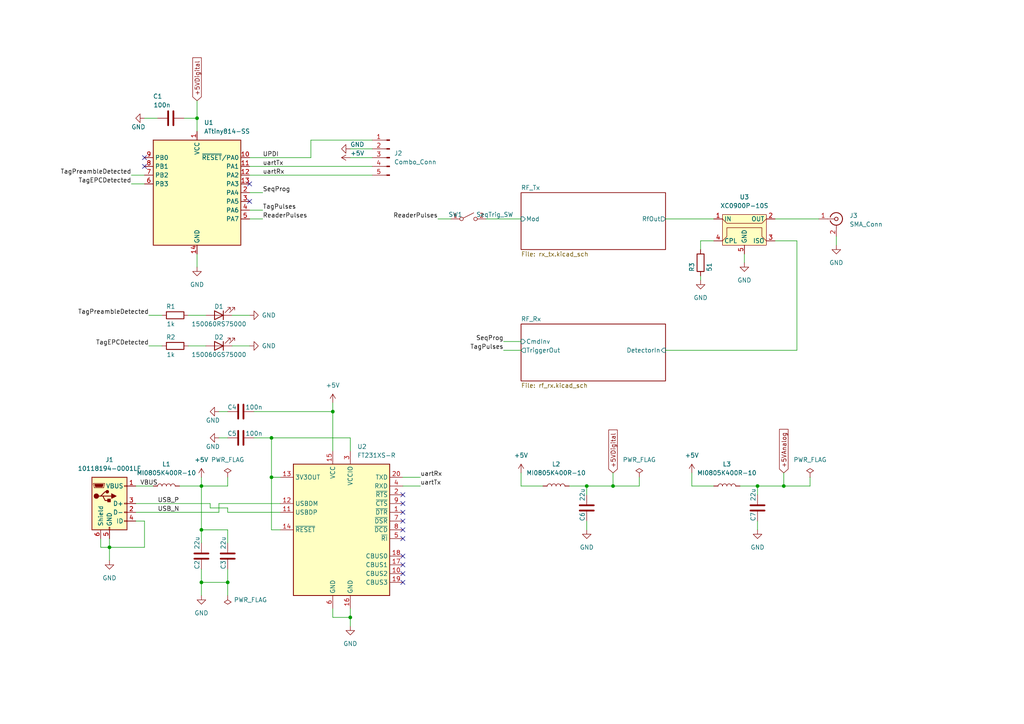
<source format=kicad_sch>
(kicad_sch (version 20211123) (generator eeschema)
  (paper "A4")
  (lib_symbols
    (symbol "Connector:Conn_01x05_Male" (pin_names (offset 1.016) hide)
      (property "Reference" "J" (at 0 7.62 0))
      (property "Value" "Conn_01x05_Male" (at 0 -7.62 0))
      (symbol "Conn_01x05_Male_1_1"
        (polyline (pts (xy 1.27 -5.08) (xy 0.8636 -5.08)) (stroke (width 0.1524)))
        (polyline (pts (xy 1.27 -2.54) (xy 0.8636 -2.54)) (stroke (width 0.1524)))
        (polyline (pts (xy 1.27 0) (xy 0.8636 0)) (stroke (width 0.1524)))
        (polyline (pts (xy 1.27 2.54) (xy 0.8636 2.54)) (stroke (width 0.1524)))
        (polyline (pts (xy 1.27 5.08) (xy 0.8636 5.08)) (stroke (width 0.1524)))
        (rectangle (start 0.8636 -4.953) (end 0 -5.207) (stroke (width 0.1524)) (fill (type outline)))
        (rectangle (start 0.8636 -2.413) (end 0 -2.667) (stroke (width 0.1524)) (fill (type outline)))
        (rectangle (start 0.8636 0.127) (end 0 -0.127) (stroke (width 0.1524)) (fill (type outline)))
        (rectangle (start 0.8636 2.667) (end 0 2.413) (stroke (width 0.1524)) (fill (type outline)))
        (rectangle (start 0.8636 5.207) (end 0 4.953) (stroke (width 0.1524)) (fill (type outline)))
        (pin passive line (at 5.08 5.08 180) (length 3.81) (name "Pin_1") (number "1"))
        (pin passive line (at 5.08 2.54 180) (length 3.81) (name "Pin_2") (number "2"))
        (pin passive line (at 5.08 0 180) (length 3.81) (name "Pin_3") (number "3"))
        (pin passive line (at 5.08 -2.54 180) (length 3.81) (name "Pin_4") (number "4"))
        (pin passive line (at 5.08 -5.08 180) (length 3.81) (name "Pin_5") (number "5"))
      )
    )
    (symbol "Connector:Conn_Coaxial" (pin_names (offset 1.016) hide)
      (property "Reference" "J" (at 0.254 3.048 0))
      (property "Value" "Conn_Coaxial" (at 2.921 0 90))
      (symbol "Conn_Coaxial_0_1"
        (arc (start -1.778 -0.508) (mid 0.222 -1.808) (end 1.778 0) (stroke (width 0.254)))
        (polyline (pts (xy -2.54 0) (xy -0.508 0)))
        (polyline (pts (xy 0 -2.54) (xy 0 -1.778)))
        (circle (center 0 0) (radius 0.508) (stroke (width 0.2032)))
        (arc (start 1.778 0) (mid 0.222 1.8083) (end -1.778 0.508) (stroke (width 0.254)))
      )
      (symbol "Conn_Coaxial_1_1"
        (pin passive line (at -5.08 0 0) (length 2.54) (name "In") (number "1"))
        (pin passive line (at 0 -5.08 90) (length 2.54) (name "Ext") (number "2"))
      )
    )
    (symbol "Connector:USB_B_Micro" (pin_names (offset 1.016))
      (property "Reference" "J" (at -5.08 11.43 0))
      (property "Value" "USB_B_Micro" (at -5.08 8.89 0))
      (symbol "USB_B_Micro_0_1"
        (rectangle (start -5.08 -7.62) (end 5.08 7.62) (stroke (width 0.254)) (fill (type background)))
        (circle (center -3.81 2.159) (radius 0.635) (stroke (width 0.254)) (fill (type outline)))
        (circle (center -0.635 3.429) (radius 0.381) (stroke (width 0.254)) (fill (type outline)))
        (rectangle (start -0.127 -7.62) (end 0.127 -6.858))
        (polyline (pts (xy -1.905 2.159) (xy 0.635 2.159)) (stroke (width 0.254)))
        (polyline (pts (xy -3.175 2.159) (xy -2.54 2.159) (xy -1.27 3.429) (xy -0.635 3.429)) (stroke (width 0.254)))
        (polyline (pts (xy -2.54 2.159) (xy -1.905 2.159) (xy -1.27 0.889) (xy 0 0.889)) (stroke (width 0.254)))
        (polyline (pts (xy 0.635 2.794) (xy 0.635 1.524) (xy 1.905 2.159) (xy 0.635 2.794)) (stroke (width 0.254)) (fill (type outline)))
        (polyline (pts (xy -4.318 5.588) (xy -1.778 5.588) (xy -2.032 4.826) (xy -4.064 4.826) (xy -4.318 5.588)) (fill (type outline)))
        (polyline (pts (xy -4.699 5.842) (xy -4.699 5.588) (xy -4.445 4.826) (xy -4.445 4.572) (xy -1.651 4.572) (xy -1.651 4.826) (xy -1.397 5.588) (xy -1.397 5.842) (xy -4.699 5.842)))
        (rectangle (start 0.254 1.27) (end -0.508 0.508) (stroke (width 0.254)) (fill (type outline)))
        (rectangle (start 5.08 -5.207) (end 4.318 -4.953))
        (rectangle (start 5.08 -2.667) (end 4.318 -2.413))
        (rectangle (start 5.08 -0.127) (end 4.318 0.127))
        (rectangle (start 5.08 4.953) (end 4.318 5.207))
      )
      (symbol "USB_B_Micro_1_1"
        (pin power_out line (at 7.62 5.08 180) (length 2.54) (name "VBUS") (number "1"))
        (pin bidirectional line (at 7.62 -2.54 180) (length 2.54) (name "D-") (number "2"))
        (pin bidirectional line (at 7.62 0 180) (length 2.54) (name "D+") (number "3"))
        (pin passive line (at 7.62 -5.08 180) (length 2.54) (name "ID") (number "4"))
        (pin power_out line (at 0 -10.16 90) (length 2.54) (name "GND") (number "5"))
        (pin passive line (at -2.54 -10.16 90) (length 2.54) (name "Shield") (number "6"))
      )
    )
    (symbol "Device:C" (pin_numbers hide) (pin_names (offset 0.254))
      (property "Reference" "C" (at 0.635 2.54 0))
      (property "Value" "C" (at 0.635 -2.54 0))
      (symbol "C_0_1"
        (polyline (pts (xy -2.032 -0.762) (xy 2.032 -0.762)) (stroke (width 0.508)))
        (polyline (pts (xy -2.032 0.762) (xy 2.032 0.762)) (stroke (width 0.508)))
      )
      (symbol "C_1_1"
        (pin passive line (at 0 3.81 270) (length 2.794) (name "~") (number "1"))
        (pin passive line (at 0 -3.81 90) (length 2.794) (name "~") (number "2"))
      )
    )
    (symbol "Device:L" (pin_numbers hide) (pin_names (offset 1.016) hide)
      (property "Reference" "L" (at -1.27 0 90))
      (property "Value" "L" (at 1.905 0 90))
      (symbol "L_0_1"
        (arc (start 0 -2.54) (mid 0.635 -1.905) (end 0 -1.27))
        (arc (start 0 -1.27) (mid 0.635 -0.635) (end 0 0))
        (arc (start 0 0) (mid 0.635 0.635) (end 0 1.27))
        (arc (start 0 1.27) (mid 0.635 1.905) (end 0 2.54))
      )
      (symbol "L_1_1"
        (pin passive line (at 0 3.81 270) (length 1.27) (name "1") (number "1"))
        (pin passive line (at 0 -3.81 90) (length 1.27) (name "2") (number "2"))
      )
    )
    (symbol "Device:LED" (pin_numbers hide) (pin_names (offset 1.016) hide)
      (property "Reference" "D" (at 0 2.54 0))
      (property "Value" "LED" (at 0 -2.54 0))
      (symbol "LED_0_1"
        (polyline (pts (xy -1.27 -1.27) (xy -1.27 1.27)) (stroke (width 0.254)))
        (polyline (pts (xy -1.27 0) (xy 1.27 0)))
        (polyline (pts (xy 1.27 -1.27) (xy 1.27 1.27) (xy -1.27 0) (xy 1.27 -1.27)) (stroke (width 0.254)))
        (polyline (pts (xy -3.048 -0.762) (xy -4.572 -2.286) (xy -3.81 -2.286) (xy -4.572 -2.286) (xy -4.572 -1.524)))
        (polyline (pts (xy -1.778 -0.762) (xy -3.302 -2.286) (xy -2.54 -2.286) (xy -3.302 -2.286) (xy -3.302 -1.524)))
      )
      (symbol "LED_1_1"
        (pin passive line (at -3.81 0 0) (length 2.54) (name "K") (number "1"))
        (pin passive line (at 3.81 0 180) (length 2.54) (name "A") (number "2"))
      )
    )
    (symbol "Device:R" (pin_numbers hide) (pin_names (offset 0))
      (property "Reference" "R" (at 2.032 0 90))
      (property "Value" "R" (at 0 0 90))
      (symbol "R_0_1"
        (rectangle (start -1.016 -2.54) (end 1.016 2.54) (stroke (width 0.254)))
      )
      (symbol "R_1_1"
        (pin passive line (at 0 3.81 270) (length 1.27) (name "~") (number "1"))
        (pin passive line (at 0 -3.81 90) (length 1.27) (name "~") (number "2"))
      )
    )
    (symbol "Interface_USB:FT231XS"
      (property "Reference" "U" (at -13.97 20.32 0))
      (property "Value" "FT231XS" (at 7.62 20.32 0))
      (symbol "FT231XS_0_1"
        (rectangle (start -13.97 19.05) (end 13.97 -19.05) (stroke (width 0.254)) (fill (type background)))
      )
      (symbol "FT231XS_1_1"
        (pin output line (at 17.78 5.08 180) (length 3.81) (name "~{DTR}") (number "1"))
        (pin bidirectional line (at 17.78 -12.7 180) (length 3.81) (name "CBUS2") (number "10"))
        (pin bidirectional line (at -17.78 5.08 0) (length 3.81) (name "USBDP") (number "11"))
        (pin bidirectional line (at -17.78 7.62 0) (length 3.81) (name "USBDM") (number "12"))
        (pin power_out line (at -17.78 15.24 0) (length 3.81) (name "3V3OUT") (number "13"))
        (pin input line (at -17.78 0 0) (length 3.81) (name "~{RESET}") (number "14"))
        (pin power_in line (at -2.54 22.86 270) (length 3.81) (name "VCC") (number "15"))
        (pin power_in line (at 2.54 -22.86 90) (length 3.81) (name "GND") (number "16"))
        (pin bidirectional line (at 17.78 -10.16 180) (length 3.81) (name "CBUS1") (number "17"))
        (pin bidirectional line (at 17.78 -7.62 180) (length 3.81) (name "CBUS0") (number "18"))
        (pin bidirectional line (at 17.78 -15.24 180) (length 3.81) (name "CBUS3") (number "19"))
        (pin output line (at 17.78 10.16 180) (length 3.81) (name "~{RTS}") (number "2"))
        (pin output line (at 17.78 15.24 180) (length 3.81) (name "TXD") (number "20"))
        (pin power_in line (at 2.54 22.86 270) (length 3.81) (name "VCCIO") (number "3"))
        (pin input line (at 17.78 12.7 180) (length 3.81) (name "RXD") (number "4"))
        (pin input line (at 17.78 -2.54 180) (length 3.81) (name "~{RI}") (number "5"))
        (pin power_in line (at -2.54 -22.86 90) (length 3.81) (name "GND") (number "6"))
        (pin input line (at 17.78 2.54 180) (length 3.81) (name "~{DSR}") (number "7"))
        (pin input line (at 17.78 0 180) (length 3.81) (name "~{DCD}") (number "8"))
        (pin input line (at 17.78 7.62 180) (length 3.81) (name "~{CTS}") (number "9"))
      )
    )
    (symbol "MCU_Microchip_ATtiny:ATtiny814-SS"
      (property "Reference" "U" (at -12.7 16.51 0))
      (property "Value" "ATtiny814-SS" (at 2.54 -16.51 0))
      (symbol "ATtiny814-SS_0_1"
        (rectangle (start -12.7 -15.24) (end 12.7 15.24) (stroke (width 0.254)) (fill (type background)))
      )
      (symbol "ATtiny814-SS_1_1"
        (pin power_in line (at 0 17.78 270) (length 2.54) (name "VCC") (number "1"))
        (pin bidirectional line (at 15.24 10.16 180) (length 2.54) (name "~{RESET}/PA0") (number "10"))
        (pin bidirectional line (at 15.24 7.62 180) (length 2.54) (name "PA1") (number "11"))
        (pin bidirectional line (at 15.24 5.08 180) (length 2.54) (name "PA2") (number "12"))
        (pin bidirectional line (at 15.24 2.54 180) (length 2.54) (name "PA3") (number "13"))
        (pin power_in line (at 0 -17.78 90) (length 2.54) (name "GND") (number "14"))
        (pin bidirectional line (at 15.24 0 180) (length 2.54) (name "PA4") (number "2"))
        (pin bidirectional line (at 15.24 -2.54 180) (length 2.54) (name "PA5") (number "3"))
        (pin bidirectional line (at 15.24 -5.08 180) (length 2.54) (name "PA6") (number "4"))
        (pin bidirectional line (at 15.24 -7.62 180) (length 2.54) (name "PA7") (number "5"))
        (pin bidirectional line (at -15.24 2.54 0) (length 2.54) (name "PB3") (number "6"))
        (pin bidirectional line (at -15.24 5.08 0) (length 2.54) (name "PB2") (number "7"))
        (pin bidirectional line (at -15.24 7.62 0) (length 2.54) (name "PB1") (number "8"))
        (pin bidirectional line (at -15.24 10.16 0) (length 2.54) (name "PB0") (number "9"))
      )
    )
    (symbol "ProjLib:XC0900P-10S"
      (property "Reference" "U" (at -6.35 6.35 0))
      (property "Value" "XC0900P-10S" (at 0 3.81 0))
      (symbol "XC0900P-10S_0_1"
        (rectangle (start -6.35 1.27) (end 6.35 -7.62) (fill (type background)))
        (polyline (pts (xy -6.35 0) (xy -5.08 -1.27) (xy 5.08 -1.27) (xy 6.35 0)))
        (polyline (pts (xy -6.35 -6.35) (xy -5.08 -5.08) (xy -5.08 -2.54) (xy 5.08 -2.54) (xy 5.08 -5.08) (xy 6.35 -6.35)))
      )
      (symbol "XC0900P-10S_1_1"
        (pin passive line (at -8.89 0 0) (length 2.54) (name "IN") (number "1"))
        (pin passive line (at 8.89 0 180) (length 2.54) (name "OUT") (number "2"))
        (pin passive line (at 8.89 -6.35 180) (length 2.54) (name "ISO") (number "3"))
        (pin passive line (at -8.89 -6.35 0) (length 2.54) (name "CPL") (number "4"))
        (pin passive line (at 0 -10.16 90) (length 2.54) (name "GND") (number "5"))
      )
    )
    (symbol "Switch:SW_SPST" (pin_names (offset 0) hide)
      (property "Reference" "SW" (at 0 3.175 0))
      (property "Value" "SW_SPST" (at 0 -2.54 0))
      (symbol "SW_SPST_0_0"
        (circle (center -2.032 0) (radius 0.508))
        (polyline (pts (xy -1.524 0.254) (xy 1.524 1.778)))
        (circle (center 2.032 0) (radius 0.508))
      )
      (symbol "SW_SPST_1_1"
        (pin passive line (at -5.08 0 0) (length 2.54) (name "A") (number "1"))
        (pin passive line (at 5.08 0 180) (length 2.54) (name "B") (number "2"))
      )
    )
    (symbol "power:+5V" (power) (pin_names (offset 0))
      (property "Value" "+5V" (at 0 3.556 0))
      (symbol "+5V_0_1"
        (polyline (pts (xy -0.762 1.27) (xy 0 2.54)))
        (polyline (pts (xy 0 0) (xy 0 2.54)))
        (polyline (pts (xy 0 2.54) (xy 0.762 1.27)))
      )
      (symbol "+5V_1_1"
        (pin power_in line (at 0 0 90) (length 0) hide (name "+5V") (number "1"))
      )
    )
    (symbol "power:GND" (power) (pin_names (offset 0))
      (property "Value" "GND" (at 0 -3.81 0))
      (symbol "GND_0_1"
        (polyline (pts (xy 0 0) (xy 0 -1.27) (xy 1.27 -1.27) (xy 0 -2.54) (xy -1.27 -1.27) (xy 0 -1.27)))
      )
      (symbol "GND_1_1"
        (pin power_in line (at 0 0 270) (length 0) hide (name "GND") (number "1"))
      )
    )
    (symbol "power:PWR_FLAG" (power) (pin_numbers hide) (pin_names (offset 0) hide)
      (property "Value" "PWR_FLAG" (at 0 3.81 0))
      (symbol "PWR_FLAG_0_0"
        (pin power_out line (at 0 0 90) (length 0) (name "pwr") (number "1"))
      )
      (symbol "PWR_FLAG_0_1"
        (polyline (pts (xy 0 0) (xy 0 1.27) (xy -1.016 1.905) (xy 0 2.54) (xy 1.016 1.905) (xy 0 1.27)))
      )
    )
  )
  (junction (at 78.74 138.43))
  (junction (at 31.75 158.75))
  (junction (at 219.71 140.97))
  (junction (at 57.15 34.29))
  (junction (at 96.52 119.38))
  (junction (at 58.42 153.67))
  (junction (at 170.18 140.97))
  (junction (at 66.04 168.91))
  (junction (at 58.42 168.91))
  (junction (at 78.74 127))
  (junction (at 227.33 140.97))
  (junction (at 58.42 140.97))
  (junction (at 177.8 140.97))
  (junction (at 101.6 179.07))
  (no_connect (at 72.39 58.42))
  (no_connect (at 72.39 53.34))
  (no_connect (at 41.91 48.26))
  (no_connect (at 41.91 45.72))
  (no_connect (at 116.84 163.83))
  (no_connect (at 116.84 168.91))
  (no_connect (at 116.84 161.29))
  (no_connect (at 116.84 166.37))
  (no_connect (at 116.84 148.59))
  (no_connect (at 116.84 156.21))
  (no_connect (at 116.84 153.67))
  (no_connect (at 116.84 151.13))
  (no_connect (at 116.84 146.05))
  (no_connect (at 116.84 143.51))
  (wire (pts (xy 53.34 34.29) (xy 57.15 34.29)))
  (wire (pts (xy 54.61 100.33) (xy 59.69 100.33)))
  (wire (pts (xy 60.96 147.32) (xy 66.04 147.32)))
  (wire (pts (xy 224.79 63.5) (xy 237.49 63.5)))
  (wire (pts (xy 200.66 140.97) (xy 207.01 140.97)))
  (wire (pts (xy 185.42 138.43) (xy 185.42 140.97)))
  (wire (pts (xy 72.39 50.8) (xy 107.95 50.8)))
  (wire (pts (xy 116.84 140.97) (xy 121.92 140.97)))
  (wire (pts (xy 57.15 29.21) (xy 57.15 34.29)))
  (wire (pts (xy 151.13 140.97) (xy 157.48 140.97)))
  (wire (pts (xy 96.52 179.07) (xy 101.6 179.07)))
  (wire (pts (xy 63.5 146.05) (xy 63.5 148.59)))
  (wire (pts (xy 146.05 99.06) (xy 151.13 99.06)))
  (wire (pts (xy 54.61 91.44) (xy 59.69 91.44)))
  (wire (pts (xy 203.2 69.85) (xy 203.2 72.39)))
  (wire (pts (xy 200.66 137.16) (xy 200.66 140.97)))
  (wire (pts (xy 66.04 147.32) (xy 66.04 148.59)))
  (wire (pts (xy 234.95 138.43) (xy 234.95 140.97)))
  (wire (pts (xy 72.39 60.96) (xy 76.2 60.96)))
  (wire (pts (xy 207.01 69.85) (xy 203.2 69.85)))
  (wire (pts (xy 66.04 165.1) (xy 66.04 168.91)))
  (wire (pts (xy 66.04 157.48) (xy 66.04 153.67)))
  (wire (pts (xy 60.96 146.05) (xy 60.96 147.32)))
  (wire (pts (xy 66.04 148.59) (xy 81.28 148.59)))
  (wire (pts (xy 101.6 179.07) (xy 101.6 181.61)))
  (wire (pts (xy 170.18 151.13) (xy 170.18 153.67)))
  (wire (pts (xy 78.74 127) (xy 78.74 138.43)))
  (wire (pts (xy 66.04 153.67) (xy 58.42 153.67)))
  (wire (pts (xy 57.15 73.66) (xy 57.15 77.47)))
  (wire (pts (xy 58.42 168.91) (xy 58.42 172.72)))
  (wire (pts (xy 31.75 158.75) (xy 31.75 162.56)))
  (wire (pts (xy 81.28 153.67) (xy 78.74 153.67)))
  (wire (pts (xy 41.91 50.8) (xy 38.1 50.8)))
  (wire (pts (xy 101.6 176.53) (xy 101.6 179.07)))
  (wire (pts (xy 72.39 48.26) (xy 107.95 48.26)))
  (wire (pts (xy 203.2 80.01) (xy 203.2 81.28)))
  (wire (pts (xy 73.66 119.38) (xy 96.52 119.38)))
  (wire (pts (xy 58.42 140.97) (xy 66.04 140.97)))
  (wire (pts (xy 78.74 138.43) (xy 81.28 138.43)))
  (wire (pts (xy 58.42 153.67) (xy 58.42 157.48)))
  (wire (pts (xy 101.6 45.72) (xy 107.95 45.72)))
  (wire (pts (xy 72.39 45.72) (xy 90.17 45.72)))
  (wire (pts (xy 101.6 127) (xy 101.6 130.81)))
  (wire (pts (xy 214.63 140.97) (xy 219.71 140.97)))
  (wire (pts (xy 66.04 138.43) (xy 66.04 140.97)))
  (wire (pts (xy 41.91 53.34) (xy 38.1 53.34)))
  (wire (pts (xy 219.71 140.97) (xy 219.71 143.51)))
  (wire (pts (xy 76.2 63.5) (xy 72.39 63.5)))
  (wire (pts (xy 73.66 127) (xy 78.74 127)))
  (wire (pts (xy 41.91 151.13) (xy 41.91 158.75)))
  (wire (pts (xy 231.14 101.6) (xy 193.04 101.6)))
  (wire (pts (xy 43.18 100.33) (xy 46.99 100.33)))
  (wire (pts (xy 29.21 156.21) (xy 29.21 158.75)))
  (wire (pts (xy 101.6 43.18) (xy 107.95 43.18)))
  (wire (pts (xy 140.97 63.5) (xy 151.13 63.5)))
  (wire (pts (xy 41.91 158.75) (xy 31.75 158.75)))
  (wire (pts (xy 63.5 119.38) (xy 66.04 119.38)))
  (wire (pts (xy 39.37 146.05) (xy 60.96 146.05)))
  (wire (pts (xy 57.15 34.29) (xy 57.15 38.1)))
  (wire (pts (xy 31.75 156.21) (xy 31.75 158.75)))
  (wire (pts (xy 227.33 137.16) (xy 227.33 140.97)))
  (wire (pts (xy 146.05 101.6) (xy 151.13 101.6)))
  (wire (pts (xy 78.74 138.43) (xy 78.74 153.67)))
  (wire (pts (xy 96.52 119.38) (xy 96.52 130.81)))
  (wire (pts (xy 234.95 140.97) (xy 227.33 140.97)))
  (wire (pts (xy 63.5 148.59) (xy 39.37 148.59)))
  (wire (pts (xy 52.07 140.97) (xy 58.42 140.97)))
  (wire (pts (xy 96.52 116.84) (xy 96.52 119.38)))
  (wire (pts (xy 58.42 140.97) (xy 58.42 138.43)))
  (wire (pts (xy 58.42 140.97) (xy 58.42 153.67)))
  (wire (pts (xy 58.42 165.1) (xy 58.42 168.91)))
  (wire (pts (xy 177.8 140.97) (xy 170.18 140.97)))
  (wire (pts (xy 242.57 68.58) (xy 242.57 71.12)))
  (wire (pts (xy 76.2 55.88) (xy 72.39 55.88)))
  (wire (pts (xy 165.1 140.97) (xy 170.18 140.97)))
  (wire (pts (xy 193.04 63.5) (xy 207.01 63.5)))
  (wire (pts (xy 116.84 138.43) (xy 121.92 138.43)))
  (wire (pts (xy 67.31 91.44) (xy 72.39 91.44)))
  (wire (pts (xy 215.9 73.66) (xy 215.9 76.2)))
  (wire (pts (xy 227.33 140.97) (xy 219.71 140.97)))
  (wire (pts (xy 66.04 168.91) (xy 58.42 168.91)))
  (wire (pts (xy 39.37 151.13) (xy 41.91 151.13)))
  (wire (pts (xy 219.71 151.13) (xy 219.71 153.67)))
  (wire (pts (xy 224.79 69.85) (xy 231.14 69.85)))
  (wire (pts (xy 81.28 146.05) (xy 63.5 146.05)))
  (wire (pts (xy 41.91 34.29) (xy 45.72 34.29)))
  (wire (pts (xy 66.04 172.72) (xy 66.04 168.91)))
  (wire (pts (xy 63.5 127) (xy 66.04 127)))
  (wire (pts (xy 43.18 91.44) (xy 46.99 91.44)))
  (wire (pts (xy 185.42 140.97) (xy 177.8 140.97)))
  (wire (pts (xy 39.37 140.97) (xy 44.45 140.97)))
  (wire (pts (xy 127 63.5) (xy 130.81 63.5)))
  (wire (pts (xy 177.8 137.16) (xy 177.8 140.97)))
  (wire (pts (xy 29.21 158.75) (xy 31.75 158.75)))
  (wire (pts (xy 90.17 40.64) (xy 107.95 40.64)))
  (wire (pts (xy 67.31 100.33) (xy 72.39 100.33)))
  (wire (pts (xy 90.17 45.72) (xy 90.17 40.64)))
  (wire (pts (xy 151.13 137.16) (xy 151.13 140.97)))
  (wire (pts (xy 96.52 176.53) (xy 96.52 179.07)))
  (wire (pts (xy 170.18 140.97) (xy 170.18 143.51)))
  (wire (pts (xy 101.6 127) (xy 78.74 127)))
  (wire (pts (xy 231.14 69.85) (xy 231.14 101.6)))
  (label "TagPreambleDetected" (at 43.18 91.44 180))
  (label "uartRx" (at 76.2 50.8 0))
  (label "ReaderPulses" (at 76.2 63.5 0))
  (label "UPDI" (at 76.2 45.72 0))
  (label "TagPulses" (at 76.2 60.96 0))
  (label "TagPreambleDetected" (at 38.1 50.8 180))
  (label "ReaderPulses" (at 127 63.5 180))
  (label "TagEPCDetected" (at 38.1 53.34 180))
  (label "VBUS" (at 40.64 140.97 0))
  (label "SeqProg" (at 76.2 55.88 0))
  (label "USB_P" (at 45.72 146.05 0))
  (label "TagPulses" (at 146.05 101.6 180))
  (label "TagEPCDetected" (at 43.18 100.33 180))
  (label "SeqProg" (at 146.05 99.06 180))
  (label "uartRx" (at 121.92 138.43 0))
  (label "USB_N" (at 45.72 148.59 0))
  (label "uartTx" (at 121.92 140.97 0))
  (label "uartTx" (at 76.2 48.26 0))
  (global_label "+5VDigital" (shape input) (at 177.8 137.16 90) (property "Intersheet References" "${INTERSHEET_REFS}" (effects hide)))
  (global_label "+5VAnalog" (shape input) (at 227.33 137.16 90) (property "Intersheet References" "${INTERSHEET_REFS}" (effects hide)))
  (global_label "+5VDigital" (shape input) (at 57.15 29.21 90) (property "Intersheet References" "${INTERSHEET_REFS}" (effects hide)))
  (symbol (lib_id "Device:L") (at 210.82 140.97 90) (unit 1)
    (property "Reference" "L3" (at 210.82 134.62 90))
    (property "Value" "MI0805K400R-10" (at 210.82 137.16 90))
    (property "Footprint" "Inductor_SMD:L_0805_2012Metric" (effects hide))
  )
  (symbol (lib_id "power:+5V") (at 151.13 137.16 0) (unit 1)
    (property "Reference" "#PWR014" (effects hide))
    (property "Value" "+5V" (at 151.13 132.08 0))
  )
  (symbol (lib_id "power:PWR_FLAG") (at 234.95 138.43 0) (unit 1)
    (property "Reference" "#FLG04" (effects hide))
    (property "Value" "PWR_FLAG" (at 234.95 133.35 0))
  )
  (symbol (lib_id "power:GND") (at 41.91 34.29 270) (unit 1)
    (property "Reference" "#PWR02" (effects hide))
    (property "Value" "GND" (at 38.1 36.83 90) (effects (justify left)))
  )
  (symbol (lib_id "power:PWR_FLAG") (at 66.04 172.72 0) (mirror x) (unit 1)
    (property "Reference" "#FLG02" (effects hide))
    (property "Value" "PWR_FLAG" (at 77.47 173.99 0) (effects (justify right)))
  )
  (symbol (lib_id "Device:R") (at 50.8 100.33 270) (unit 1)
    (property "Reference" "R2" (at 49.53 97.79 90))
    (property "Value" "1k" (at 49.53 102.87 90))
    (property "Footprint" "Resistor_SMD:R_0603_1608Metric" (effects hide))
  )
  (symbol (lib_id "power:+5V") (at 58.42 138.43 0) (unit 1)
    (property "Reference" "#PWR04" (effects hide))
    (property "Value" "+5V" (at 58.42 133.35 0))
  )
  (symbol (lib_id "power:GND") (at 63.5 127 270) (unit 1)
    (property "Reference" "#PWR07" (effects hide))
    (property "Value" "GND" (at 59.69 129.54 90) (effects (justify left)))
  )
  (symbol (lib_id "Interface_USB:FT231XS") (at 99.06 153.67 0) (unit 1)
    (property "Reference" "U2" (at 103.6194 129.54 0) (effects (justify left)))
    (property "Value" "FT231XS-R" (at 103.6194 132.08 0) (effects (justify left)))
    (property "Footprint" "Package_SO:SSOP-20_3.9x8.7mm_P0.635mm" (effects hide))
    (property "Datasheet" "https://www.ftdichip.com/Support/Documents/DataSheets/ICs/DS_FT231X.pdf" (effects hide))
  )
  (symbol (lib_id "power:+5V") (at 200.66 137.16 0) (unit 1)
    (property "Reference" "#PWR016" (effects hide))
    (property "Value" "+5V" (at 200.66 132.08 0))
  )
  (symbol (lib_id "power:GND") (at 31.75 162.56 0) (unit 1)
    (property "Reference" "#PWR01" (effects hide))
    (property "Value" "GND" (at 31.75 167.64 0))
  )
  (symbol (lib_id "power:GND") (at 72.39 91.44 90) (unit 1)
    (property "Reference" "#PWR08" (effects hide))
    (property "Value" "GND" (at 80.01 91.44 90) (effects (justify left)))
  )
  (symbol (lib_id "power:GND") (at 63.5 119.38 270) (unit 1)
    (property "Reference" "#PWR06" (effects hide))
    (property "Value" "GND" (at 59.69 121.92 90) (effects (justify left)))
  )
  (symbol (lib_id "power:PWR_FLAG") (at 185.42 138.43 0) (unit 1)
    (property "Reference" "#FLG03" (effects hide))
    (property "Value" "PWR_FLAG" (at 185.42 133.35 0))
  )
  (symbol (lib_id "Device:C") (at 69.85 119.38 90) (unit 1)
    (property "Reference" "C4" (at 67.31 118.11 90))
    (property "Value" "100n" (at 73.66 118.11 90))
    (property "Footprint" "Capacitor_SMD:C_0603_1608Metric" (effects hide))
  )
  (symbol (lib_id "power:GND") (at 242.57 71.12 0) (unit 1)
    (property "Reference" "#PWR020" (effects hide))
    (property "Value" "GND" (at 242.57 76.2 0))
  )
  (symbol (lib_id "power:GND") (at 215.9 76.2 0) (unit 1)
    (property "Reference" "#PWR018" (effects hide))
    (property "Value" "GND" (at 215.9 81.28 0))
  )
  (symbol (lib_id "power:GND") (at 101.6 181.61 0) (unit 1)
    (property "Reference" "#PWR013" (effects hide))
    (property "Value" "GND" (at 101.6 186.69 0))
  )
  (symbol (lib_id "Device:L") (at 161.29 140.97 90) (unit 1)
    (property "Reference" "L2" (at 161.29 134.62 90))
    (property "Value" "MI0805K400R-10" (at 161.29 137.16 90))
    (property "Footprint" "Inductor_SMD:L_0805_2012Metric" (effects hide))
  )
  (symbol (lib_id "Device:C") (at 58.42 161.29 180) (unit 1)
    (property "Reference" "C2" (at 57.15 163.83 90))
    (property "Value" "22u" (at 57.15 157.48 90))
    (property "Footprint" "Capacitor_SMD:C_0603_1608Metric" (effects hide))
  )
  (symbol (lib_id "Device:R") (at 50.8 91.44 270) (unit 1)
    (property "Reference" "R1" (at 49.53 88.9 90))
    (property "Value" "1k" (at 49.53 93.98 90))
    (property "Footprint" "Resistor_SMD:R_0603_1608Metric" (effects hide))
  )
  (symbol (lib_id "power:GND") (at 101.6 43.18 270) (unit 1)
    (property "Reference" "#PWR011" (effects hide))
    (property "Value" "GND" (at 101.6 41.91 90) (effects (justify left)))
  )
  (symbol (lib_id "ProjLib:XC0900P-10S") (at 215.9 63.5 0) (unit 1)
    (property "Reference" "U3" (at 215.9 57.15 0))
    (property "Value" "XC0900P-10S" (at 215.9 59.69 0))
    (property "Footprint" "ProjLib:Xinger2" (effects hide))
    (property "Datasheet" "https://www.mouser.de/datasheet/2/21/anar_s_a0010162450_1-2261488.pdf" (effects hide))
  )
  (symbol (lib_id "power:GND") (at 203.2 81.28 0) (unit 1)
    (property "Reference" "#PWR017" (effects hide))
    (property "Value" "GND" (at 203.2 86.36 0))
  )
  (symbol (lib_id "power:GND") (at 219.71 153.67 0) (unit 1)
    (property "Reference" "#PWR019" (effects hide))
    (property "Value" "GND" (at 219.71 158.75 0))
  )
  (symbol (lib_id "Device:C") (at 69.85 127 90) (unit 1)
    (property "Reference" "C5" (at 67.31 125.73 90))
    (property "Value" "100n" (at 73.66 125.73 90))
    (property "Footprint" "Capacitor_SMD:C_0603_1608Metric" (effects hide))
  )
  (symbol (lib_id "Device:C") (at 66.04 161.29 180) (unit 1)
    (property "Reference" "C3" (at 64.77 163.83 90))
    (property "Value" "22u" (at 64.77 157.48 90))
    (property "Footprint" "Capacitor_SMD:C_0603_1608Metric" (effects hide))
  )
  (symbol (lib_id "Device:C") (at 219.71 147.32 180) (unit 1)
    (property "Reference" "C7" (at 218.44 149.86 90))
    (property "Value" "22u" (at 218.44 143.51 90))
    (property "Footprint" "Capacitor_SMD:C_0603_1608Metric" (effects hide))
  )
  (symbol (lib_id "Device:C") (at 49.53 34.29 90) (unit 1)
    (property "Reference" "C1" (at 45.72 27.94 90))
    (property "Value" "100n" (at 46.99 30.48 90))
    (property "Footprint" "Capacitor_SMD:C_0603_1608Metric" (effects hide))
  )
  (symbol (lib_id "MCU_Microchip_ATtiny:ATtiny814-SS") (at 57.15 55.88 0) (unit 1)
    (property "Reference" "U1" (at 59.1694 35.56 0) (effects (justify left)))
    (property "Value" "ATtiny814-SS" (at 59.1694 38.1 0) (effects (justify left)))
    (property "Footprint" "Package_SO:SOIC-14_3.9x8.7mm_P1.27mm" (effects hide))
    (property "Datasheet" "http://ww1.microchip.com/downloads/en/DeviceDoc/40001912A.pdf" (effects hide))
  )
  (symbol (lib_id "power:GND") (at 72.39 100.33 90) (unit 1)
    (property "Reference" "#PWR09" (effects hide))
    (property "Value" "GND" (at 80.01 100.33 90) (effects (justify left)))
  )
  (symbol (lib_id "power:GND") (at 58.42 172.72 0) (unit 1)
    (property "Reference" "#PWR05" (effects hide))
    (property "Value" "GND" (at 58.42 177.8 0))
  )
  (symbol (lib_id "Device:LED") (at 63.5 91.44 180) (unit 1)
    (property "Reference" "D1" (at 63.5 88.9 0))
    (property "Value" "150060RS75000" (at 63.5 93.98 0))
    (property "Footprint" "LED_SMD:LED_0603_1608Metric" (effects hide))
  )
  (symbol (lib_id "power:GND") (at 57.15 77.47 0) (unit 1)
    (property "Reference" "#PWR03" (effects hide))
    (property "Value" "GND" (at 57.15 82.55 0))
  )
  (symbol (lib_id "Switch:SW_SPST") (at 135.89 63.5 0) (unit 1)
    (property "Reference" "SW1" (at 132.08 62.23 0))
    (property "Value" "SeqTrig_SW" (at 143.51 62.23 0))
    (property "Footprint" "Connector_PinHeader_2.54mm:PinHeader_1x02_P2.54mm_Vertical" (effects hide))
  )
  (symbol (lib_id "power:PWR_FLAG") (at 66.04 138.43 0) (unit 1)
    (property "Reference" "#FLG01" (effects hide))
    (property "Value" "PWR_FLAG" (at 66.04 133.35 0))
  )
  (symbol (lib_id "Device:C") (at 170.18 147.32 180) (unit 1)
    (property "Reference" "C6" (at 168.91 149.86 90))
    (property "Value" "22u" (at 168.91 143.51 90))
    (property "Footprint" "Capacitor_SMD:C_0603_1608Metric" (effects hide))
  )
  (symbol (lib_id "power:GND") (at 170.18 153.67 0) (unit 1)
    (property "Reference" "#PWR015" (effects hide))
    (property "Value" "GND" (at 170.18 158.75 0))
  )
  (symbol (lib_id "Connector:Conn_Coaxial") (at 242.57 63.5 0) (unit 1)
    (property "Reference" "J3" (at 246.38 62.5231 0) (effects (justify left)))
    (property "Value" "SMA_Conn" (at 246.38 65.0631 0) (effects (justify left)))
    (property "Footprint" "Connector_Coaxial:SMA_Samtec_SMA-J-P-X-ST-EM1_EdgeMount" (effects hide))
    (property "Datasheet" " ~" (effects hide))
  )
  (symbol (lib_id "power:+5V") (at 96.52 116.84 0) (unit 1)
    (property "Reference" "#PWR010" (effects hide))
    (property "Value" "+5V" (at 96.52 111.76 0))
  )
  (symbol (lib_id "Connector:USB_B_Micro") (at 31.75 146.05 0) (unit 1)
    (property "Reference" "J1" (at 31.75 133.35 0))
    (property "Value" "10118194-0001LF" (at 31.75 135.89 0))
    (property "Footprint" "Connector_USB:USB_Micro-B_Amphenol_10118194_Horizontal" (effects hide))
  )
  (symbol (lib_id "Device:R") (at 203.2 76.2 0) (unit 1)
    (property "Reference" "R3" (at 200.66 77.47 90))
    (property "Value" "51" (at 205.74 77.47 90))
    (property "Footprint" "Resistor_SMD:R_0603_1608Metric" (effects hide))
  )
  (symbol (lib_id "Device:LED") (at 63.5 100.33 180) (unit 1)
    (property "Reference" "D2" (at 63.5 97.79 0))
    (property "Value" "150060GS75000" (at 63.5 102.87 0))
    (property "Footprint" "LED_SMD:LED_0603_1608Metric" (effects hide))
  )
  (symbol (lib_id "Device:L") (at 48.26 140.97 90) (unit 1)
    (property "Reference" "L1" (at 48.26 134.62 90))
    (property "Value" "MI0805K400R-10" (at 48.26 137.16 90))
    (property "Footprint" "Inductor_SMD:L_0805_2012Metric" (effects hide))
  )
  (symbol (lib_id "Connector:Conn_01x05_Male") (at 113.03 45.72 0) (mirror y) (unit 1)
    (property "Reference" "J2" (at 114.3 44.4499 0) (effects (justify right)))
    (property "Value" "Combo_Conn" (at 114.3 46.9899 0) (effects (justify right)))
    (property "Footprint" "Connector_PinHeader_2.54mm:PinHeader_1x05_P2.54mm_Vertical" (effects hide))
  )
  (symbol (lib_id "power:+5V") (at 101.6 45.72 90) (unit 1)
    (property "Reference" "#PWR012" (effects hide))
    (property "Value" "+5V" (at 101.6 44.45 90) (effects (justify right)))
  )
  (sheet (at 151.13 55.88) (size 41.91 16.51) (stroke (width 0.1524))
    (property "Sheet name" "RF_Tx" (at 151.13 55.1684 0) (effects (justify left bottom)))
    (property "Sheet file" "rx_tx.kicad_sch" (at 151.13 72.9746 0) (effects (justify left top)))
    (pin "Mod" input (at 151.13 63.5 180))
    (pin "RfOut" output (at 193.04 63.5 0))
  )
  (sheet (at 151.13 93.98) (size 41.91 16.51) (stroke (width 0.1524))
    (property "Sheet name" "RF_Rx" (at 151.13 93.2684 0) (effects (justify left bottom)))
    (property "Sheet file" "rf_rx.kicad_sch" (at 151.13 111.0746 0) (effects (justify left top)))
    (pin "DetectorIn" input (at 193.04 101.6 0))
    (pin "CmdInv" input (at 151.13 99.06 180))
    (pin "TriggerOut" output (at 151.13 101.6 180))
  )
)
</source>
